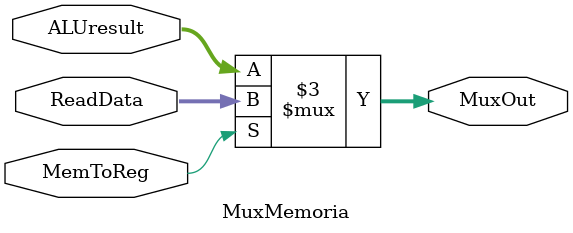
<source format=v>
module MuxMemoria (ReadData, ALUresult, MemToReg, MuxOut);

	input [31:0] ReadData, ALUresult;
	input MemToReg;
	output reg [31:0] MuxOut;
	
	always @ (*)
		begin
			if (MemToReg)
				MuxOut = ReadData;
			else
				MuxOut = ALUresult;
		end
		
endmodule 

</source>
